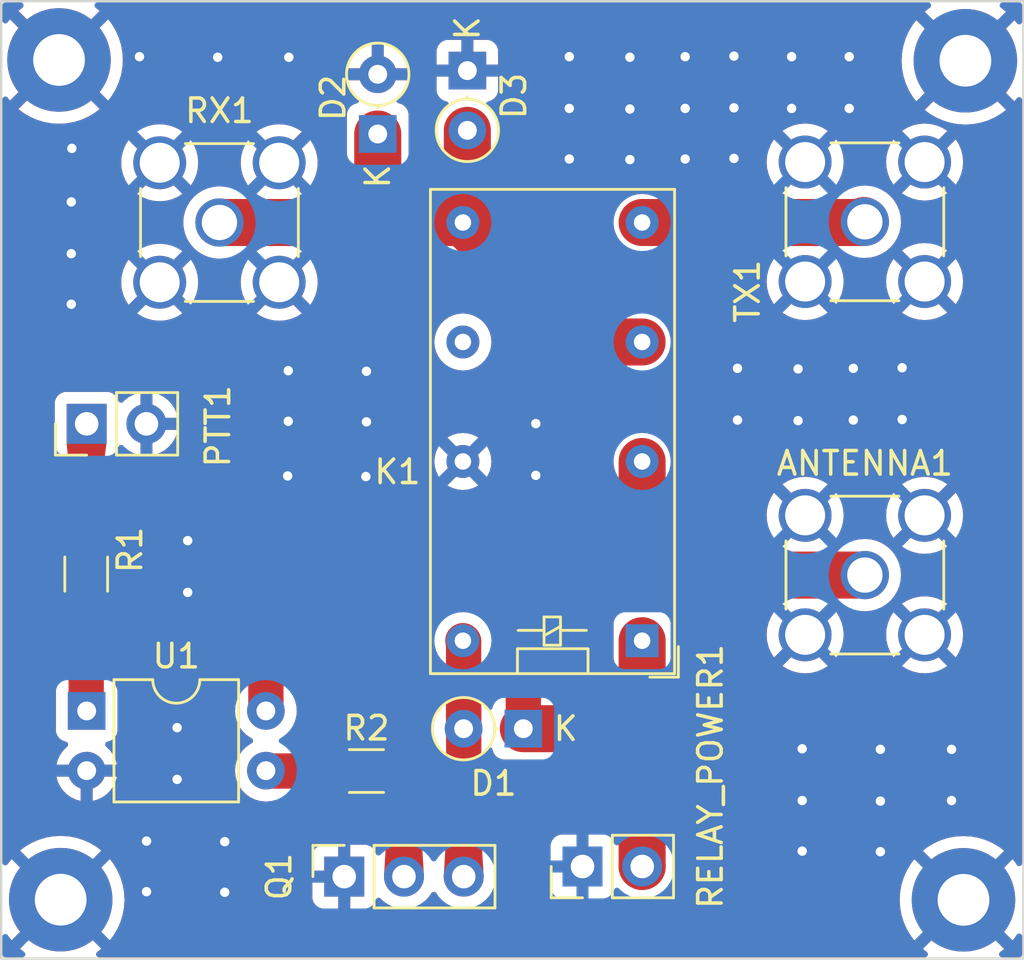
<source format=kicad_pcb>
(kicad_pcb (version 20221018) (generator pcbnew)
  (layers (0 "F.Cu" signal) (31 "B.Cu" signal) (35 "F.Paste" user) (37 "F.SilkS" user "F.Silkscreen") (38 "B.Mask" user) (39 "F.Mask" user) (44 "Edge.Cuts" user))
  (net 0 "")
  (net 1 "+5V")
  (net 2 "GNDPWR")
  (net 3 "Net-(ANTENNA1-In)")
  (net 4 "Net-(D1-A)")
  (net 5 "RX")
  (net 6 "TX")
  (net 7 "Net-(R1-Pad2)")
  (net 9 "Net-(PTT1-Pin_1)")
  (net 10 "Net-(Q1-B)")
  (net 11 "Net-(R2-Pad1)")
  (footprint "Connector_Coaxial:SMA_Amphenol_901-144_Vertical" (layer "F.Cu") (at 101.99 84.44)
    (fp_text reference "ANTENNA1" (at 0 -4.75) (layer "F.SilkS"))
    (fp_text value "SMA")
    (fp_line (start -3.355 -1.45) (end -3.355 1.45) (stroke (width 0.12)) (layer "F.SilkS"))
    (fp_line (start -1.45 -3.355) (end 1.45 -3.355) (stroke (width 0.12)) (layer "F.SilkS"))
    (fp_line (start -1.45 3.355) (end 1.45 3.355) (stroke (width 0.12)) (layer "F.SilkS"))
    (fp_line (start 3.355 -1.45) (end 3.355 1.45) (stroke (width 0.12)) (layer "F.SilkS"))
    (pad "1" thru_hole circle (at 0 0) (size 2.05 2.05) (drill 1.5) (layers "*.Cu" "*.Mask") (net 3 "Net-(ANTENNA1-In)"))
    (pad "2" thru_hole circle (at -2.54 -2.54) (size 2.25 2.25) (drill 1.7) (layers "*.Cu" "*.Mask") (net 2 "GNDPWR"))
    (pad "2" thru_hole circle (at -2.54 2.54) (size 2.25 2.25) (drill 1.7) (layers "*.Cu" "*.Mask") (net 2 "GNDPWR"))
    (pad "2" thru_hole circle (at 2.54 -2.54) (size 2.25 2.25) (drill 1.7) (layers "*.Cu" "*.Mask") (net 2 "GNDPWR"))
    (pad "2" thru_hole circle (at 2.54 2.54) (size 2.25 2.25) (drill 1.7) (layers "*.Cu" "*.Mask") (net 2 "GNDPWR"))
  )
  (footprint "Diode_THT:D_DO-35_SOD27_P2.54mm_Vertical_KathodeUp" (layer "F.Cu") (at 81.28 65.687686 90)
    (fp_text reference "D2" (at 1.537686 -1.9 90) (layer "F.SilkS"))
    (fp_text value "1N4148" hide)
    (fp_text user "K" (at -1.8 0 90) (layer "F.SilkS"))
    (fp_line (start 1.213629 0) (end 1.1 0) (stroke (width 0.12)) (layer "F.SilkS"))
    (fp_circle (center 2.54 0) (end 3.866371 0) (stroke (width 0.12)) (fill none) (layer "F.SilkS"))
    (pad "1" thru_hole rect (at 0 0 90) (size 1.6 1.6) (drill 0.8) (layers "*.Cu" "*.Mask") (net 5 "RX"))
    (pad "2" thru_hole oval (at 2.54 0 90) (size 1.6 1.6) (drill 0.8) (layers "*.Cu" "*.Mask") (net 2 "GNDPWR"))
  )
  (footprint "Connector_PinHeader_2.54mm:PinHeader_1x02_P2.54mm_Vertical" (layer "F.Cu") (at 68.905 78.01 90)
    (fp_text reference "PTT1" (at -0.1 5.58 90) (layer "F.SilkS"))
    (fp_text value "GPIO (3.3v)" hide)
    (fp_line (start -1.33 -1.33) (end 0 -1.33) (stroke (width 0.12)) (layer "F.SilkS"))
    (fp_line (start -1.33 0) (end -1.33 -1.33) (stroke (width 0.12)) (layer "F.SilkS"))
    (fp_line (start -1.33 1.27) (end -1.33 3.87) (stroke (width 0.12)) (layer "F.SilkS"))
    (fp_line (start -1.33 1.27) (end 1.33 1.27) (stroke (width 0.12)) (layer "F.SilkS"))
    (fp_line (start -1.33 3.87) (end 1.33 3.87) (stroke (width 0.12)) (layer "F.SilkS"))
    (fp_line (start 1.33 1.27) (end 1.33 3.87) (stroke (width 0.12)) (layer "F.SilkS"))
    (pad "1" thru_hole rect (at 0 0 90) (size 1.7 1.7) (drill 1) (layers "*.Cu" "*.Mask") (net 9 "Net-(PTT1-Pin_1)"))
    (pad "2" thru_hole oval (at 0 2.54 90) (size 1.7 1.7) (drill 1) (layers "*.Cu" "*.Mask") (net 2 "GNDPWR"))
  )
  (footprint "MountingHole:MountingHole_2.2mm_M2_Pad" (layer "F.Cu") (at 106.263274 62.573274)
    (fp_text reference "H2" hide)
    (fp_text value "MountingHole" hide)
    (pad "1" thru_hole circle (at 0 0) (size 4.4 4.4) (drill 2.2) (layers "*.Cu" "*.Mask") (net 2 "GNDPWR"))
  )
  (footprint "Relay_THT:Relay_DPDT_Omron_G5V-2" (layer "F.Cu") (at 92.52 87.23 180)
    (fp_text reference "K1" (at 10.4 7.18) (layer "F.SilkS"))
    (fp_text value "Omron G5V-2 / OEN 46-05-2C" hide)
    (fp_line (start -1.54 -1.55) (end -0.33 -1.55) (stroke (width 0.12)) (layer "F.SilkS"))
    (fp_line (start -1.54 -0.25) (end -1.54 -1.55) (stroke (width 0.12)) (layer "F.SilkS"))
    (fp_line (start -1.38 -1.4) (end -1.38 19.19) (stroke (width 0.12)) (layer "F.SilkS"))
    (fp_line (start -1.38 19.19) (end 9 19.19) (stroke (width 0.12)) (layer "F.SilkS"))
    (fp_line (start 2.3 -1.4) (end 2.3 -0.36) (stroke (width 0.12)) (layer "F.SilkS"))
    (fp_line (start 2.3 -0.34) (end 5.3 -0.34) (stroke (width 0.12)) (layer "F.SilkS"))
    (fp_line (start 3.47 -0.19) (end 3.47 1.01) (stroke (width 0.12)) (layer "F.SilkS"))
    (fp_line (start 3.47 0.44) (end 2.37 0.44) (stroke (width 0.12)) (layer "F.SilkS"))
    (fp_line (start 3.47 0.61) (end 4.17 0.21) (stroke (width 0.12)) (layer "F.SilkS"))
    (fp_line (start 3.47 1.01) (end 4.17 1.01) (stroke (width 0.12)) (layer "F.SilkS"))
    (fp_line (start 4.17 -0.19) (end 3.47 -0.19) (stroke (width 0.12)) (layer "F.SilkS"))
    (fp_line (start 4.17 0.44) (end 5.27 0.44) (stroke (width 0.12)) (layer "F.SilkS"))
    (fp_line (start 4.17 1.01) (end 4.17 -0.19) (stroke (width 0.12)) (layer "F.SilkS"))
    (fp_line (start 5.3 -0.34) (end 5.3 -1.4) (stroke (width 0.12)) (layer "F.SilkS"))
    (fp_line (start 9 -1.4) (end -1.38 -1.4) (stroke (width 0.12)) (layer "F.SilkS"))
    (fp_line (start 9 19.19) (end 9 -1.4) (stroke (width 0.12)) (layer "F.SilkS"))
    (pad "1" thru_hole rect (at 0 0 180) (size 1.4 1.4) (drill 0.7) (layers "*.Cu" "*.Mask") (net 1 "+5V"))
    (pad "4" thru_hole circle (at 0 7.62 180) (size 1.4 1.4) (drill 0.7) (layers "*.Cu" "*.Mask") (net 3 "Net-(ANTENNA1-In)"))
    (pad "6" thru_hole circle (at 0 12.7 180) (size 1.4 1.4) (drill 0.7) (layers "*.Cu" "*.Mask") (net 5 "RX"))
    (pad "8" thru_hole circle (at 0 17.78 180) (size 1.4 1.4) (drill 0.7) (layers "*.Cu" "*.Mask") (net 6 "TX"))
    (pad "9" thru_hole circle (at 7.62 17.78 180) (size 1.4 1.4) (drill 0.7) (layers "*.Cu" "*.Mask") (net 5 "RX"))
    (pad "11" thru_hole circle (at 7.62 12.7 180) (size 1.4 1.4) (drill 0.7) (layers "*.Cu" "*.Mask"))
    (pad "13" thru_hole circle (at 7.62 7.62 180) (size 1.4 1.4) (drill 0.7) (layers "*.Cu" "*.Mask") (net 2 "GNDPWR"))
    (pad "16" thru_hole circle (at 7.62 0 180) (size 1.4 1.4) (drill 0.7) (layers "*.Cu" "*.Mask") (net 4 "Net-(D1-A)"))
  )
  (footprint "Connector_PinHeader_2.54mm:PinHeader_1x02_P2.54mm_Vertical" (layer "F.Cu") (at 89.985 96.83 90)
    (fp_text reference "RELAY_POWER1" (at 3.83 5.44 90) (layer "F.SilkS"))
    (fp_text value "RelayPower1" hide)
    (fp_line (start -1.33 -1.33) (end 0 -1.33) (stroke (width 0.12)) (layer "F.SilkS"))
    (fp_line (start -1.33 0) (end -1.33 -1.33) (stroke (width 0.12)) (layer "F.SilkS"))
    (fp_line (start -1.33 1.27) (end -1.33 3.87) (stroke (width 0.12)) (layer "F.SilkS"))
    (fp_line (start -1.33 1.27) (end 1.33 1.27) (stroke (width 0.12)) (layer "F.SilkS"))
    (fp_line (start -1.33 3.87) (end 1.33 3.87) (stroke (width 0.12)) (layer "F.SilkS"))
    (fp_line (start 1.33 1.27) (end 1.33 3.87) (stroke (width 0.12)) (layer "F.SilkS"))
    (pad "1" thru_hole rect (at 0 0 90) (size 1.7 1.7) (drill 1) (layers "*.Cu" "*.Mask") (net 2 "GNDPWR"))
    (pad "2" thru_hole oval (at 0 2.54 90) (size 1.7 1.7) (drill 1) (layers "*.Cu" "*.Mask") (net 1 "+5V"))
  )
  (footprint "MountingHole:MountingHole_2.2mm_M2_Pad" (layer "F.Cu") (at 67.73 62.54)
    (fp_text reference "H1" hide)
    (fp_text value "MountingHole" hide)
    (pad "1" thru_hole circle (at 0 0) (size 4.4 4.4) (drill 2.2) (layers "*.Cu" "*.Mask") (net 2 "GNDPWR"))
  )
  (footprint "Resistor_SMD:R_1206_3216Metric_Pad1.30x1.75mm_HandSolder" (layer "F.Cu") (at 68.885 84.4 -90)
    (fp_text reference "R1" (at -1.03 -1.86 90) (layer "F.SilkS"))
    (fp_text value "470" hide)
    (fp_line (start -0.727064 -0.91) (end 0.727064 -0.91) (stroke (width 0.12)) (layer "F.SilkS"))
    (fp_line (start -0.727064 0.91) (end 0.727064 0.91) (stroke (width 0.12)) (layer "F.SilkS"))
    (pad "1" smd roundrect (at -1.55 0 270) (size 1.3 1.75) (layers "F.Cu" "F.Paste" "F.Mask") (roundrect_rratio 0.192308) (net 9 "Net-(PTT1-Pin_1)"))
    (pad "2" smd roundrect (at 1.55 0 270) (size 1.3 1.75) (layers "F.Cu" "F.Paste" "F.Mask") (roundrect_rratio 0.192308) (net 7 "Net-(R1-Pad2)"))
  )
  (footprint "Connector_PinSocket_2.54mm:PinSocket_1x03_P2.54mm_Vertical" (layer "F.Cu") (at 79.855 97.26 90)
    (fp_text reference "Q1" (at 0 -2.77 90) (layer "F.SilkS"))
    (fp_text value "2N3904" hide)
    (fp_line (start -1.33 1.27) (end -1.33 6.41) (stroke (width 0.12)) (layer "F.SilkS"))
    (fp_line (start -1.33 1.27) (end 1.33 1.27) (stroke (width 0.12)) (layer "F.SilkS"))
    (fp_line (start -1.33 6.41) (end 1.33 6.41) (stroke (width 0.12)) (layer "F.SilkS"))
    (fp_line (start 0 -1.33) (end 1.33 -1.33) (stroke (width 0.12)) (layer "F.SilkS"))
    (fp_line (start 1.33 -1.33) (end 1.33 0) (stroke (width 0.12)) (layer "F.SilkS"))
    (fp_line (start 1.33 1.27) (end 1.33 6.41) (stroke (width 0.12)) (layer "F.SilkS"))
    (pad "1" thru_hole rect (at 0 0 90) (size 1.7 1.7) (drill 1) (layers "*.Cu" "*.Mask") (net 2 "GNDPWR"))
    (pad "2" thru_hole oval (at 0 2.54 90) (size 1.7 1.7) (drill 1) (layers "*.Cu" "*.Mask") (net 10 "Net-(Q1-B)"))
    (pad "3" thru_hole oval (at 0 5.08 90) (size 1.7 1.7) (drill 1) (layers "*.Cu" "*.Mask") (net 4 "Net-(D1-A)"))
  )
  (footprint "Diode_THT:D_DO-35_SOD27_P2.54mm_Vertical_KathodeUp" (layer "F.Cu") (at 85.09 62.992 -90)
    (fp_text reference "D3" (at 1.078 -1.98 90) (layer "F.SilkS"))
    (fp_text value "1N4148" hide)
    (fp_text user "K" (at -1.8 0 90) (layer "F.SilkS"))
    (fp_line (start 1.213629 0) (end 1.1 0) (stroke (width 0.12)) (layer "F.SilkS"))
    (fp_circle (center 2.54 0) (end 3.866371 0) (stroke (width 0.12)) (fill none) (layer "F.SilkS"))
    (pad "1" thru_hole rect (at 0 0 270) (size 1.6 1.6) (drill 0.8) (layers "*.Cu" "*.Mask") (net 2 "GNDPWR"))
    (pad "2" thru_hole oval (at 2.54 0 270) (size 1.6 1.6) (drill 0.8) (layers "*.Cu" "*.Mask") (net 5 "RX"))
  )
  (footprint "MountingHole:MountingHole_2.2mm_M2_Pad" (layer "F.Cu") (at 106.183274 98.246726)
    (fp_text reference "H4" hide)
    (fp_text value "MountingHole" hide)
    (pad "1" thru_hole circle (at 0 0) (size 4.4 4.4) (drill 2.2) (layers "*.Cu" "*.Mask") (net 2 "GNDPWR"))
  )
  (footprint "MountingHole:MountingHole_2.2mm_M2_Pad" (layer "F.Cu") (at 67.8 98.24)
    (fp_text reference "H3" hide)
    (fp_text value "MountingHole" hide)
    (pad "1" thru_hole circle (at 0 0) (size 4.4 4.4) (drill 2.2) (layers "*.Cu" "*.Mask") (net 2 "GNDPWR"))
  )
  (footprint "Diode_THT:D_DO-35_SOD27_P2.54mm_Vertical_KathodeUp" (layer "F.Cu") (at 87.47 90.97 180)
    (fp_text reference "D1" (at 1.27 -2.326371 180) (layer "F.SilkS"))
    (fp_text value "1N4148")
    (fp_text user "K" (at -1.8 0 180) (layer "F.SilkS"))
    (fp_line (start 1.213629 0) (end 1.1 0) (stroke (width 0.12)) (layer "F.SilkS"))
    (fp_circle (center 2.54 0) (end 3.866371 0) (stroke (width 0.12)) (fill none) (layer "F.SilkS"))
    (pad "1" thru_hole rect (at 0 0 180) (size 1.6 1.6) (drill 0.8) (layers "*.Cu" "*.Mask") (net 1 "+5V"))
    (pad "2" thru_hole oval (at 2.54 0 180) (size 1.6 1.6) (drill 0.8) (layers "*.Cu" "*.Mask") (net 4 "Net-(D1-A)"))
  )
  (footprint "Resistor_SMD:R_1206_3216Metric_Pad1.30x1.75mm_HandSolder" (layer "F.Cu") (at 80.8 92.77)
    (fp_text reference "R2" (at 0 -1.82) (layer "F.SilkS"))
    (fp_text value "120" hide)
    (fp_line (start -0.727064 -0.91) (end 0.727064 -0.91) (stroke (width 0.12)) (layer "F.SilkS"))
    (fp_line (start -0.727064 0.91) (end 0.727064 0.91) (stroke (width 0.12)) (layer "F.SilkS"))
    (pad "1" smd roundrect (at -1.55 0) (size 1.3 1.75) (layers "F.Cu" "F.Paste" "F.Mask") (roundrect_rratio 0.192308) (net 11 "Net-(R2-Pad1)"))
    (pad "2" smd roundrect (at 1.55 0) (size 1.3 1.75) (layers "F.Cu" "F.Paste" "F.Mask") (roundrect_rratio 0.192308) (net 10 "Net-(Q1-B)"))
  )
  (footprint "Package_DIP:DIP-4_W7.62mm" (layer "F.Cu") (at 68.905 90.215)
    (fp_text reference "U1" (at 3.81 -2.33) (layer "F.SilkS"))
    (fp_text value "EL817 (OC)" hide)
    (fp_line (start 1.16 -1.33) (end 1.16 3.87) (stroke (width 0.12)) (layer "F.SilkS"))
    (fp_line (start 1.16 3.87) (end 6.46 3.87) (stroke (width 0.12)) (layer "F.SilkS"))
    (fp_line (start 2.81 -1.33) (end 1.16 -1.33) (stroke (width 0.12)) (layer "F.SilkS"))
    (fp_line (start 6.46 -1.33) (end 4.81 -1.33) (stroke (width 0.12)) (layer "F.SilkS"))
    (fp_line (start 6.46 3.87) (end 6.46 -1.33) (stroke (width 0.12)) (layer "F.SilkS"))
    (fp_arc (start 4.81 -1.33) (mid 3.81 -0.33) (end 2.81 -1.33) (stroke (width 0.12)) (layer "F.SilkS"))
    (pad "1" thru_hole rect (at 0 0) (size 1.6 1.6) (drill 0.8) (layers "*.Cu" "*.Mask") (net 7 "Net-(R1-Pad2)"))
    (pad "2" thru_hole oval (at 0 2.54) (size 1.6 1.6) (drill 0.8) (layers "*.Cu" "*.Mask") (net 2 "GNDPWR"))
    (pad "3" thru_hole oval (at 7.62 2.54) (size 1.6 1.6) (drill 0.8) (layers "*.Cu" "*.Mask") (net 11 "Net-(R2-Pad1)"))
    (pad "4" thru_hole oval (at 7.62 0) (size 1.6 1.6) (drill 0.8) (layers "*.Cu" "*.Mask") (net 1 "+5V"))
  )
  (footprint "Connector_Coaxial:SMA_Amphenol_901-144_Vertical" (layer "F.Cu") (at 74.55 69.45)
    (fp_text reference "RX1" (at 0 -4.75) (layer "F.SilkS"))
    (fp_text value "SMA")
    (fp_line (start -3.355 -1.45) (end -3.355 1.45) (stroke (width 0.12)) (layer "F.SilkS"))
    (fp_line (start -1.45 -3.355) (end 1.45 -3.355) (stroke (width 0.12)) (layer "F.SilkS"))
    (fp_line (start -1.45 3.355) (end 1.45 3.355) (stroke (width 0.12)) (layer "F.SilkS"))
    (fp_line (start 3.355 -1.45) (end 3.355 1.45) (stroke (width 0.12)) (layer "F.SilkS"))
    (pad "1" thru_hole circle (at 0 0) (size 2.05 2.05) (drill 1.5) (layers "*.Cu" "*.Mask") (net 5 "RX"))
    (pad "2" thru_hole circle (at -2.54 -2.54) (size 2.25 2.25) (drill 1.7) (layers "*.Cu" "*.Mask") (net 2 "GNDPWR"))
    (pad "2" thru_hole circle (at -2.54 2.54) (size 2.25 2.25) (drill 1.7) (layers "*.Cu" "*.Mask") (net 2 "GNDPWR"))
    (pad "2" thru_hole circle (at 2.54 -2.54) (size 2.25 2.25) (drill 1.7) (layers "*.Cu" "*.Mask") (net 2 "GNDPWR"))
    (pad "2" thru_hole circle (at 2.54 2.54) (size 2.25 2.25) (drill 1.7) (layers "*.Cu" "*.Mask") (net 2 "GNDPWR"))
  )
  (footprint "Connector_Coaxial:SMA_Amphenol_901-144_Vertical" (layer "F.Cu") (at 101.99 69.42)
    (fp_text reference "TX1" (at -4.99 2.955 90) (layer "F.SilkS"))
    (fp_text value "SMA")
    (fp_line (start -3.355 -1.45) (end -3.355 1.45) (stroke (width 0.12)) (layer "F.SilkS"))
    (fp_line (start -1.45 -3.355) (end 1.45 -3.355) (stroke (width 0.12)) (layer "F.SilkS"))
    (fp_line (start -1.45 3.355) (end 1.45 3.355) (stroke (width 0.12)) (layer "F.SilkS"))
    (fp_line (start 3.355 -1.45) (end 3.355 1.45) (stroke (width 0.12)) (layer "F.SilkS"))
    (pad "1" thru_hole circle (at 0 0) (size 2.05 2.05) (drill 1.5) (layers "*.Cu" "*.Mask") (net 6 "TX"))
    (pad "2" thru_hole circle (at -2.54 -2.54) (size 2.25 2.25) (drill 1.7) (layers "*.Cu" "*.Mask") (net 2 "GNDPWR"))
    (pad "2" thru_hole circle (at -2.54 2.54) (size 2.25 2.25) (drill 1.7) (layers "*.Cu" "*.Mask") (net 2 "GNDPWR"))
    (pad "2" thru_hole circle (at 2.54 -2.54) (size 2.25 2.25) (drill 1.7) (layers "*.Cu" "*.Mask") (net 2 "GNDPWR"))
    (pad "2" thru_hole circle (at 2.54 2.54) (size 2.25 2.25) (drill 1.7) (layers "*.Cu" "*.Mask") (net 2 "GNDPWR"))
  )
  (gr_rect (start 65.27 60.04) (end 108.73 100.74) (stroke (width 0.1)) (fill none) (layer "Edge.Cuts"))
  (segment (start 92.35 90.97) (end 92.52 91.14) (width 2) (layer "F.Cu") (net 1))
  (segment (start 92.52 87.23) (end 92.52 91.14) (width 2) (layer "F.Cu") (net 1))
  (segment (start 76.525 90.215) (end 76.525 84.295) (width 1.5) (layer "F.Cu") (net 1))
  (segment (start 92.52 96.825) (end 92.525 96.83) (width 2) (layer "F.Cu") (net 1))
  (segment (start 92.52 91.14) (end 92.52 96.825) (width 2) (layer "F.Cu") (net 1))
  (segment (start 76.525 84.295) (end 77.03 83.79) (width 1.5) (layer "F.Cu") (net 1))
  (segment (start 87.47 84.07) (end 87.47 90.97) (width 1.5) (layer "F.Cu") (net 1))
  (segment (start 87.19 83.79) (end 87.47 84.07) (width 1.5) (layer "F.Cu") (net 1))
  (segment (start 77.03 83.79) (end 87.19 83.79) (width 1.5) (layer "F.Cu") (net 1))
  (segment (start 87.47 90.97) (end 92.35 90.97) (width 2) (layer "F.Cu") (net 1))
  (via (at 96.575 75.65) (size 0.8) (drill 0.4) (layers "F.Cu" "B.Cu") (net 2))
  (via (at 96.425 66.725) (size 0.8) (drill 0.4) (layers "F.Cu" "B.Cu") (net 2))
  (via (at 73.2 85.175) (size 0.8) (drill 0.4) (layers "F.Cu" "B.Cu") (net 2))
  (via (at 101.325 62.4) (size 0.8) (drill 0.4) (layers "F.Cu" "B.Cu") (net 2))
  (via (at 74.475 62.425) (size 0.8) (drill 0.4) (layers "F.Cu" "B.Cu") (net 2))
  (via (at 99.15 75.675) (size 0.8) (drill 0.4) (layers "F.Cu" "B.Cu") (net 2))
  (via (at 77.475 75.75) (size 0.8) (drill 0.4) (layers "F.Cu" "B.Cu") (net 2))
  (via (at 89.425 66.75) (size 0.8) (drill 0.4) (layers "F.Cu" "B.Cu") (net 2))
  (via (at 71.15 62.4) (size 0.8) (drill 0.4) (layers "F.Cu" "B.Cu") (net 2))
  (via (at 80.775 80.25) (size 0.8) (drill 0.4) (layers "F.Cu" "B.Cu") (net 2))
  (via (at 96.425 62.375) (size 0.8) (drill 0.4) (layers "F.Cu" "B.Cu") (net 2))
  (via (at 88 78) (size 0.8) (drill 0.4) (layers "F.Cu" "B.Cu") (net 2))
  (via (at 74.775 95.775) (size 0.8) (drill 0.4) (layers "F.Cu" "B.Cu") (net 2))
  (via (at 98.875 64.6) (size 0.8) (drill 0.4) (layers "F.Cu" "B.Cu") (net 2))
  (via (at 101.5 77.85) (size 0.8) (drill 0.4) (layers "F.Cu" "B.Cu") (net 2))
  (via (at 102.65 94.05) (size 0.8) (drill 0.4) (layers "F.Cu" "B.Cu") (net 2))
  (via (at 68.25 70.775) (size 0.8) (drill 0.4) (layers "F.Cu" "B.Cu") (net 2))
  (via (at 77.475 77.9) (size 0.8) (drill 0.4) (layers "F.Cu" "B.Cu") (net 2))
  (via (at 92 66.775) (size 0.8) (drill 0.4) (layers "F.Cu" "B.Cu") (net 2))
  (via (at 102.65 91.85) (size 0.8) (drill 0.4) (layers "F.Cu" "B.Cu") (net 2))
  (via (at 71.45 97.9) (size 0.8) (drill 0.4) (layers "F.Cu" "B.Cu") (net 2))
  (via (at 96.575 77.85) (size 0.8) (drill 0.4) (layers "F.Cu" "B.Cu") (net 2))
  (via (at 89.425 62.4) (size 0.8) (drill 0.4) (layers "F.Cu" "B.Cu") (net 2))
  (via (at 77.45 80.225) (size 0.8) (drill 0.4) (layers "F.Cu" "B.Cu") (net 2))
  (via (at 98.875 62.4) (size 0.8) (drill 0.4) (layers "F.Cu" "B.Cu") (net 2))
  (via (at 72.75 93.125) (size 0.8) (drill 0.4) (layers "F.Cu" "B.Cu") (net 2))
  (via (at 72.75 90.925) (size 0.8) (drill 0.4) (layers "F.Cu" "B.Cu") (net 2))
  (via (at 74.775 97.925) (size 0.8) (drill 0.4) (layers "F.Cu" "B.Cu") (net 2))
  (via (at 101.5 75.65) (size 0.8) (drill 0.4) (layers "F.Cu" "B.Cu") (net 2))
  (via (at 94.35 62.4) (size 0.8) (drill 0.4) (layers "F.Cu" "B.Cu") (net 2))
  (via (at 89.425 64.6) (size 0.8) (drill 0.4) (layers "F.Cu" "B.Cu") (net 2))
  (via (at 73.2 82.975) (size 0.8) (drill 0.4) (layers "F.Cu" "B.Cu") (net 2))
  (via (at 71.45 95.75) (size 0.8) (drill 0.4) (layers "F.Cu" "B.Cu") (net 2))
  (via (at 77.5 62.425) (size 0.8) (drill 0.4) (layers "F.Cu" "B.Cu") (net 2))
  (via (at 80.8 77.925) (size 0.8) (drill 0.4) (layers "F.Cu" "B.Cu") (net 2))
  (via (at 102.65 96.2) (size 0.8) (drill 0.4) (layers "F.Cu" "B.Cu") (net 2))
  (via (at 68.25 72.925) (size 0.8) (drill 0.4) (layers "F.Cu" "B.Cu") (net 2))
  (via (at 68.25 68.575) (size 0.8) (drill 0.4) (layers "F.Cu" "B.Cu") (net 2))
  (via (at 99.325 94.025) (size 0.8) (drill 0.4) (layers "F.Cu" "B.Cu") (net 2))
  (via (at 99.15 77.875) (size 0.8) (drill 0.4) (layers "F.Cu" "B.Cu") (net 2))
  (via (at 92 64.625) (size 0.8) (drill 0.4) (layers "F.Cu" "B.Cu") (net 2))
  (via (at 105.675 91.85) (size 0.8) (drill 0.4) (layers "F.Cu" "B.Cu") (net 2))
  (via (at 103.575 75.625) (size 0.8) (drill 0.4) (layers "F.Cu" "B.Cu") (net 2))
  (via (at 94.35 66.75) (size 0.8) (drill 0.4) (layers "F.Cu" "B.Cu") (net 2))
  (via (at 105.675 94.025) (size 0.8) (drill 0.4) (layers "F.Cu" "B.Cu") (net 2))
  (via (at 99.325 96.175) (size 0.8) (drill 0.4) (layers "F.Cu" "B.Cu") (net 2))
  (via (at 99.325 91.825) (size 0.8) (drill 0.4) (layers "F.Cu" "B.Cu") (net 2))
  (via (at 103.575 77.825) (size 0.8) (drill 0.4) (layers "F.Cu" "B.Cu") (net 2))
  (via (at 92 62.425) (size 0.8) (drill 0.4) (layers "F.Cu" "B.Cu") (net 2))
  (via (at 101.325 64.6) (size 0.8) (drill 0.4) (layers "F.Cu" "B.Cu") (net 2))
  (via (at 80.8 75.775) (size 0.8) (drill 0.4) (layers "F.Cu" "B.Cu") (net 2))
  (via (at 96.425 64.575) (size 0.8) (drill 0.4) (layers "F.Cu" "B.Cu") (net 2))
  (via (at 68.275 66.3) (size 0.8) (drill 0.4) (layers "F.Cu" "B.Cu") (net 2))
  (via (at 94.35 64.6) (size 0.8) (drill 0.4) (layers "F.Cu" "B.Cu") (net 2))
  (via (at 88 80.2) (size 0.8) (drill 0.4) (layers "F.Cu" "B.Cu") (net 2))
  (segment (start 93.11 84.44) (end 101.99 84.44) (width 2) (layer "F.Cu") (net 3))
  (segment (start 92.52 79.61) (end 92.52 83.85) (width 2) (layer "F.Cu") (net 3))
  (segment (start 92.52 83.85) (end 93.11 84.44) (width 2) (layer "F.Cu") (net 3))
  (segment (start 84.935 90.175) (end 84.935 97.26) (width 1.5) (layer "F.Cu") (net 4))
  (segment (start 84.93 90.97) (end 84.93 90.17) (width 1.5) (layer "F.Cu") (net 4))
  (segment (start 84.93 90.17) (end 84.935 90.175) (width 1.5) (layer "F.Cu") (net 4))
  (segment (start 84.93 87.26) (end 84.9 87.23) (width 1.5) (layer "F.Cu") (net 4))
  (segment (start 84.93 90.17) (end 84.93 87.26) (width 1.5) (layer "F.Cu") (net 4))
  (segment (start 89.98 74.53) (end 84.9 69.45) (width 2) (layer "F.Cu") (net 5))
  (segment (start 74.55 69.45) (end 80.918 69.45) (width 2) (layer "F.Cu") (net 5))
  (segment (start 81.28 65.687686) (end 81.28 69.088) (width 2) (layer "F.Cu") (net 5))
  (segment (start 81.28 69.088) (end 80.918 69.45) (width 2) (layer "F.Cu") (net 5))
  (segment (start 80.918 69.45) (end 84.9 69.45) (width 2) (layer "F.Cu") (net 5))
  (segment (start 85.09 65.532) (end 85.09 69.26) (width 2) (layer "F.Cu") (net 5))
  (segment (start 85.09 69.26) (end 84.9 69.45) (width 2) (layer "F.Cu") (net 5))
  (segment (start 92.52 74.53) (end 89.98 74.53) (width 2) (layer "F.Cu") (net 5))
  (segment (start 101.95 69.37) (end 101.87 69.45) (width 2) (layer "F.Cu") (net 6))
  (segment (start 101.99 69.41) (end 101.95 69.37) (width 2) (layer "F.Cu") (net 6))
  (segment (start 101.87 69.45) (end 92.52 69.45) (width 2) (layer "F.Cu") (net 6))
  (segment (start 68.885 85.95) (end 68.885 90.195) (width 1.5) (layer "F.Cu") (net 7))
  (segment (start 68.885 82.85) (end 68.885 78.03) (width 1.5) (layer "F.Cu") (net 9))
  (segment (start 82.395 97.26) (end 82.395 92.815) (width 1.5) (layer "F.Cu") (net 10))
  (segment (start 82.395 92.815) (end 82.35 92.77) (width 1.5) (layer "F.Cu") (net 10))
  (segment (start 79.25 92.77) (end 76.54 92.77) (width 1.5) (layer "F.Cu") (net 11))
  (zone (net 2) (net_name "GNDPWR") (layer "F.Cu") (connect_pads thru_hole_only (clearance 0.508)) (min_thickness 0.254) (fill yes (thermal_gap 0.508) (thermal_bridge_width 0.508))
    (polygon (pts (xy 108.7 100.83) (xy 65.27 100.83) (xy 65.27 60.1) (xy 108.7 60.1)))
  )
  (zone (net 2) (net_name "GNDPWR") (layer "B.Cu") (connect_pads thru_hole_only (clearance 0.508)) (min_thickness 0.254) (fill yes (thermal_gap 0.508) (thermal_bridge_width 0.508))
    (polygon (pts (xy 108.75 100.725) (xy 65.275 100.725) (xy 65.275 60.05) (xy 108.725 60.05)))
  )
)
</source>
